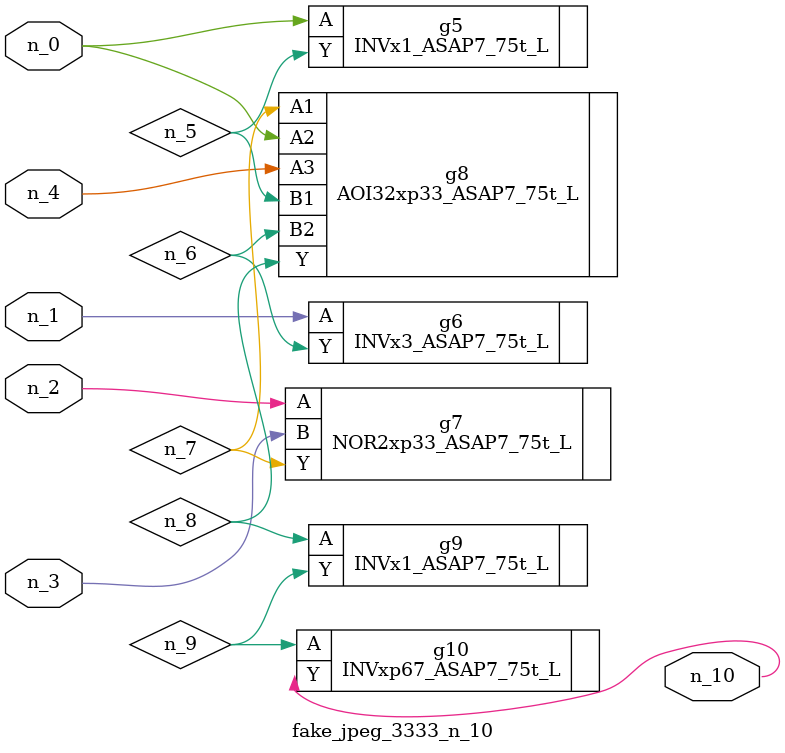
<source format=v>
module fake_jpeg_3333_n_10 (n_3, n_2, n_1, n_0, n_4, n_10);

input n_3;
input n_2;
input n_1;
input n_0;
input n_4;

output n_10;

wire n_8;
wire n_9;
wire n_6;
wire n_5;
wire n_7;

INVx1_ASAP7_75t_L g5 ( 
.A(n_0),
.Y(n_5)
);

INVx3_ASAP7_75t_L g6 ( 
.A(n_1),
.Y(n_6)
);

NOR2xp33_ASAP7_75t_L g7 ( 
.A(n_2),
.B(n_3),
.Y(n_7)
);

AOI32xp33_ASAP7_75t_L g8 ( 
.A1(n_7),
.A2(n_0),
.A3(n_4),
.B1(n_5),
.B2(n_6),
.Y(n_8)
);

INVx1_ASAP7_75t_L g9 ( 
.A(n_8),
.Y(n_9)
);

INVxp67_ASAP7_75t_L g10 ( 
.A(n_9),
.Y(n_10)
);


endmodule
</source>
